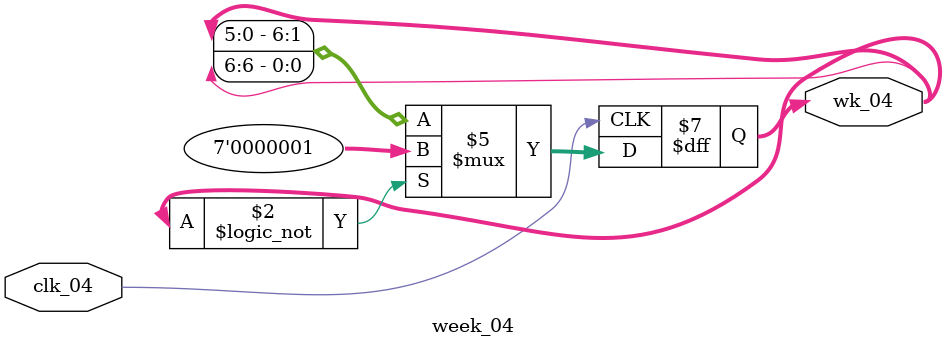
<source format=v>
module week_04(clk_04,wk_04);
	input clk_04;
	output reg[6:0] wk_04=7'b1;
	always@(posedge clk_04)
	begin
		if(wk_04==7'b0) wk_04<=7'b1;
		else wk_04<={wk_04[5:0],wk_04[6]};
	end
endmodule

</source>
